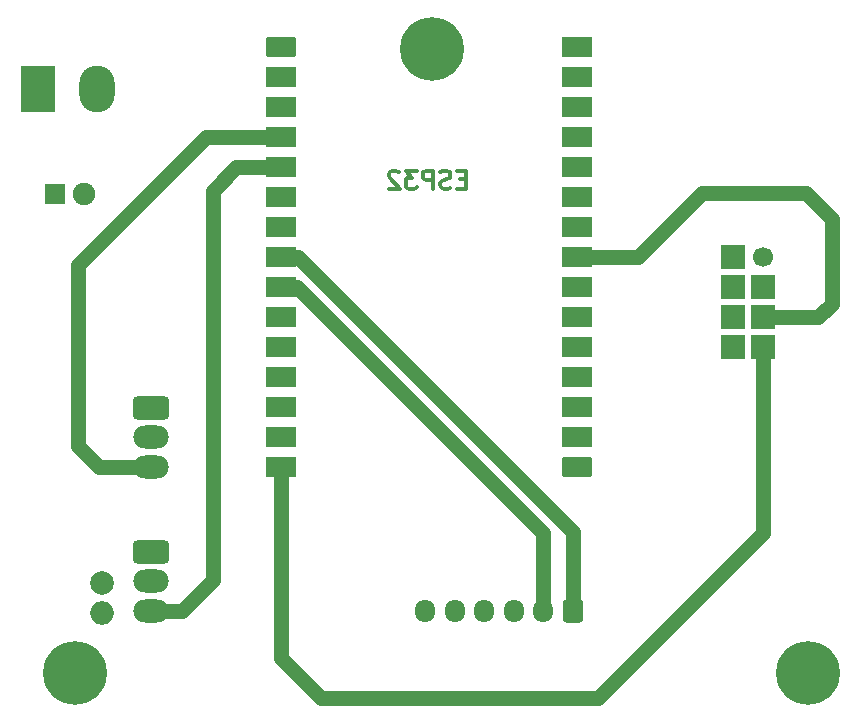
<source format=gbr>
%TF.GenerationSoftware,KiCad,Pcbnew,6.0.11+dfsg-1*%
%TF.CreationDate,2023-03-13T21:30:01-05:00*%
%TF.ProjectId,water_tank_module,77617465-725f-4746-916e-6b5f6d6f6475,rev?*%
%TF.SameCoordinates,Original*%
%TF.FileFunction,Copper,L1,Top*%
%TF.FilePolarity,Positive*%
%FSLAX46Y46*%
G04 Gerber Fmt 4.6, Leading zero omitted, Abs format (unit mm)*
G04 Created by KiCad (PCBNEW 6.0.11+dfsg-1) date 2023-03-13 21:30:01*
%MOMM*%
%LPD*%
G01*
G04 APERTURE LIST*
G04 Aperture macros list*
%AMRoundRect*
0 Rectangle with rounded corners*
0 $1 Rounding radius*
0 $2 $3 $4 $5 $6 $7 $8 $9 X,Y pos of 4 corners*
0 Add a 4 corners polygon primitive as box body*
4,1,4,$2,$3,$4,$5,$6,$7,$8,$9,$2,$3,0*
0 Add four circle primitives for the rounded corners*
1,1,$1+$1,$2,$3*
1,1,$1+$1,$4,$5*
1,1,$1+$1,$6,$7*
1,1,$1+$1,$8,$9*
0 Add four rect primitives between the rounded corners*
20,1,$1+$1,$2,$3,$4,$5,0*
20,1,$1+$1,$4,$5,$6,$7,0*
20,1,$1+$1,$6,$7,$8,$9,0*
20,1,$1+$1,$8,$9,$2,$3,0*%
G04 Aperture macros list end*
%ADD10C,0.300000*%
%TA.AperFunction,NonConductor*%
%ADD11C,0.300000*%
%TD*%
%TA.AperFunction,ComponentPad*%
%ADD12RoundRect,0.250000X0.600000X0.725000X-0.600000X0.725000X-0.600000X-0.725000X0.600000X-0.725000X0*%
%TD*%
%TA.AperFunction,ComponentPad*%
%ADD13O,1.700000X1.950000*%
%TD*%
%TA.AperFunction,ComponentPad*%
%ADD14C,5.400000*%
%TD*%
%TA.AperFunction,ComponentPad*%
%ADD15RoundRect,0.286765X-1.213235X0.688235X-1.213235X-0.688235X1.213235X-0.688235X1.213235X0.688235X0*%
%TD*%
%TA.AperFunction,ComponentPad*%
%ADD16O,3.000000X1.950000*%
%TD*%
%TA.AperFunction,ComponentPad*%
%ADD17R,2.000000X2.000000*%
%TD*%
%TA.AperFunction,ComponentPad*%
%ADD18C,1.700000*%
%TD*%
%TA.AperFunction,ComponentPad*%
%ADD19R,1.800000X1.800000*%
%TD*%
%TA.AperFunction,ComponentPad*%
%ADD20C,1.900000*%
%TD*%
%TA.AperFunction,ComponentPad*%
%ADD21RoundRect,0.250000X-1.020000X0.620000X-1.020000X-0.620000X1.020000X-0.620000X1.020000X0.620000X0*%
%TD*%
%TA.AperFunction,ComponentPad*%
%ADD22R,2.540000X1.740000*%
%TD*%
%TA.AperFunction,ComponentPad*%
%ADD23R,3.000000X3.960000*%
%TD*%
%TA.AperFunction,ComponentPad*%
%ADD24O,3.000000X3.960000*%
%TD*%
%TA.AperFunction,ComponentPad*%
%ADD25C,2.000000*%
%TD*%
%TA.AperFunction,ComponentPad*%
%ADD26O,2.000000X2.000000*%
%TD*%
%TA.AperFunction,ComponentPad*%
%ADD27RoundRect,0.250000X1.020000X-0.620000X1.020000X0.620000X-1.020000X0.620000X-1.020000X-0.620000X0*%
%TD*%
%TA.AperFunction,Conductor*%
%ADD28C,1.250000*%
%TD*%
G04 APERTURE END LIST*
D10*
D11*
X83739285Y-38627857D02*
X83239285Y-38627857D01*
X83025000Y-39413571D02*
X83739285Y-39413571D01*
X83739285Y-37913571D01*
X83025000Y-37913571D01*
X82453571Y-39342142D02*
X82239285Y-39413571D01*
X81882142Y-39413571D01*
X81739285Y-39342142D01*
X81667857Y-39270714D01*
X81596428Y-39127857D01*
X81596428Y-38985000D01*
X81667857Y-38842142D01*
X81739285Y-38770714D01*
X81882142Y-38699285D01*
X82167857Y-38627857D01*
X82310714Y-38556428D01*
X82382142Y-38485000D01*
X82453571Y-38342142D01*
X82453571Y-38199285D01*
X82382142Y-38056428D01*
X82310714Y-37985000D01*
X82167857Y-37913571D01*
X81810714Y-37913571D01*
X81596428Y-37985000D01*
X80953571Y-39413571D02*
X80953571Y-37913571D01*
X80382142Y-37913571D01*
X80239285Y-37985000D01*
X80167857Y-38056428D01*
X80096428Y-38199285D01*
X80096428Y-38413571D01*
X80167857Y-38556428D01*
X80239285Y-38627857D01*
X80382142Y-38699285D01*
X80953571Y-38699285D01*
X79596428Y-37913571D02*
X78667857Y-37913571D01*
X79167857Y-38485000D01*
X78953571Y-38485000D01*
X78810714Y-38556428D01*
X78739285Y-38627857D01*
X78667857Y-38770714D01*
X78667857Y-39127857D01*
X78739285Y-39270714D01*
X78810714Y-39342142D01*
X78953571Y-39413571D01*
X79382142Y-39413571D01*
X79525000Y-39342142D01*
X79596428Y-39270714D01*
X78096428Y-38056428D02*
X78025000Y-37985000D01*
X77882142Y-37913571D01*
X77525000Y-37913571D01*
X77382142Y-37985000D01*
X77310714Y-38056428D01*
X77239285Y-38199285D01*
X77239285Y-38342142D01*
X77310714Y-38556428D01*
X78167857Y-39413571D01*
X77239285Y-39413571D01*
D12*
%TO.P,J1,1,Pin_1*%
%TO.N,D25*%
X92819000Y-75184000D03*
D13*
%TO.P,J1,2,Pin_2*%
%TO.N,D26*%
X90319000Y-75184000D03*
%TO.P,J1,3,Pin_3*%
%TO.N,D32*%
X87819000Y-75184000D03*
%TO.P,J1,4,Pin_4*%
%TO.N,D33*%
X85319000Y-75184000D03*
%TO.P,J1,5,Pin_5*%
%TO.N,D34*%
X82819000Y-75184000D03*
%TO.P,J1,6,Pin_6*%
%TO.N,GND5V*%
X80319000Y-75184000D03*
%TD*%
D14*
%TO.P,H2,1*%
%TO.N,N/C*%
X112758000Y-80391000D03*
%TD*%
D15*
%TO.P,J_EC1,1,Pin_1*%
%TO.N,GND5V*%
X57125000Y-57982000D03*
D16*
%TO.P,J_EC1,2,Pin_2*%
%TO.N,5v*%
X57125000Y-60482000D03*
%TO.P,J_EC1,3,Pin_3*%
%TO.N,D34*%
X57125000Y-62982000D03*
%TD*%
D17*
%TO.P,U4,1,GND*%
%TO.N,GND5V*%
X106385000Y-52862000D03*
%TO.P,U4,2,VCC*%
%TO.N,5v*%
X108925000Y-52862000D03*
%TO.P,U4,3,CE*%
%TO.N,D4*%
X106385000Y-50322000D03*
%TO.P,U4,4,~{CSN}*%
%TO.N,D5*%
X108925000Y-50322000D03*
%TO.P,U4,5,SCK*%
%TO.N,D18*%
X106385000Y-47782000D03*
%TO.P,U4,6,MOSI*%
%TO.N,D23*%
X108925000Y-47782000D03*
%TO.P,U4,7,MISO*%
%TO.N,D19*%
X106385000Y-45242000D03*
D18*
%TO.P,U4,8,IRQ*%
%TO.N,unconnected-(U4-Pad8)*%
X108925000Y-45242000D03*
%TD*%
D19*
%TO.P,C1,1*%
%TO.N,5v*%
X48941887Y-39878000D03*
D20*
%TO.P,C1,2*%
%TO.N,GND5V*%
X51441887Y-39878000D03*
%TD*%
D15*
%TO.P,J_DS18,1,Pin_1*%
%TO.N,GND5V*%
X57125000Y-70182000D03*
D16*
%TO.P,J_DS18,2,Pin_2*%
%TO.N,5v*%
X57125000Y-72682000D03*
%TO.P,J_DS18,3,Pin_3*%
%TO.N,D35*%
X57125000Y-75182000D03*
%TD*%
D14*
%TO.P,H3,1*%
%TO.N,N/C*%
X80881000Y-27559000D03*
%TD*%
D21*
%TO.P,J_esp0,1,Pin_1*%
%TO.N,EN*%
X68137500Y-27402000D03*
D22*
%TO.P,J_esp0,2,Pin_2*%
%TO.N,VP*%
X68137500Y-29942000D03*
%TO.P,J_esp0,3,Pin_3*%
%TO.N,VN*%
X68137500Y-32482000D03*
%TO.P,J_esp0,4,Pin_4*%
%TO.N,D34*%
X68137500Y-35022000D03*
%TO.P,J_esp0,5,Pin_5*%
%TO.N,D35*%
X68137500Y-37562000D03*
%TO.P,J_esp0,6,Pin_6*%
%TO.N,D32*%
X68137500Y-40102000D03*
%TO.P,J_esp0,7,Pin_7*%
%TO.N,D33*%
X68137500Y-42642000D03*
%TO.P,J_esp0,8,Pin_8*%
%TO.N,D25*%
X68137500Y-45182000D03*
%TO.P,J_esp0,9,Pin_9*%
%TO.N,D26*%
X68137500Y-47722000D03*
%TO.P,J_esp0,10,Pin_10*%
%TO.N,D27*%
X68137500Y-50262000D03*
%TO.P,J_esp0,11,Pin_11*%
%TO.N,D14*%
X68137500Y-52802000D03*
%TO.P,J_esp0,12,Pin_12*%
%TO.N,D12*%
X68137500Y-55342000D03*
%TO.P,J_esp0,13,Pin_13*%
%TO.N,D13*%
X68137500Y-57882000D03*
%TO.P,J_esp0,14,Pin_14*%
%TO.N,GND5V*%
X68137500Y-60422000D03*
%TO.P,J_esp0,15,Pin_15*%
%TO.N,5v*%
X68137500Y-62962000D03*
%TD*%
D23*
%TO.P,5V1,1,Pin_1*%
%TO.N,5v*%
X47560000Y-30982000D03*
D24*
%TO.P,5V1,2,Pin_2*%
%TO.N,GND5V*%
X52560000Y-30982000D03*
%TD*%
D14*
%TO.P,H1,1*%
%TO.N,N/C*%
X50655000Y-80391000D03*
%TD*%
D25*
%TO.P,R11,1*%
%TO.N,5v*%
X52925000Y-72782000D03*
D26*
%TO.P,R11,2*%
%TO.N,D35*%
X52925000Y-75322000D03*
%TD*%
D27*
%TO.P,J_esp1,1,Pin_1*%
%TO.N,3V3*%
X93212500Y-62962000D03*
D22*
%TO.P,J_esp1,2,Pin_2*%
%TO.N,GND2*%
X93212500Y-60422000D03*
%TO.P,J_esp1,3,Pin_3*%
%TO.N,D15*%
X93212500Y-57882000D03*
%TO.P,J_esp1,4,Pin_4*%
%TO.N,D2*%
X93212500Y-55342000D03*
%TO.P,J_esp1,5,Pin_5*%
%TO.N,D4*%
X93212500Y-52802000D03*
%TO.P,J_esp1,6,Pin_6*%
%TO.N,RX2*%
X93212500Y-50262000D03*
%TO.P,J_esp1,7,Pin_7*%
%TO.N,TX2*%
X93212500Y-47722000D03*
%TO.P,J_esp1,8,Pin_8*%
%TO.N,D5*%
X93212500Y-45182000D03*
%TO.P,J_esp1,9,Pin_9*%
%TO.N,D18*%
X93212500Y-42642000D03*
%TO.P,J_esp1,10,Pin_10*%
%TO.N,D19*%
X93212500Y-40102000D03*
%TO.P,J_esp1,11,Pin_11*%
%TO.N,D21*%
X93212500Y-37562000D03*
%TO.P,J_esp1,12,Pin_12*%
%TO.N,RX0*%
X93212500Y-35022000D03*
%TO.P,J_esp1,13,Pin_13*%
%TO.N,TX0*%
X93212500Y-32482000D03*
%TO.P,J_esp1,14,Pin_14*%
%TO.N,D22*%
X93212500Y-29942000D03*
%TO.P,J_esp1,15,Pin_15*%
%TO.N,D23*%
X93212500Y-27402000D03*
%TD*%
D28*
%TO.N,D26*%
X68137500Y-47722000D02*
X69465000Y-47722000D01*
X69465000Y-47722000D02*
X90319000Y-68576000D01*
X90319000Y-68576000D02*
X90319000Y-75184000D01*
%TO.N,D25*%
X68137500Y-45182000D02*
X69525000Y-45182000D01*
X69525000Y-45182000D02*
X92819000Y-68476000D01*
X92819000Y-68476000D02*
X92819000Y-75184000D01*
X92946000Y-75057000D02*
X92819000Y-75184000D01*
%TO.N,5v*%
X68137500Y-62962000D02*
X68137500Y-79194500D01*
X68137500Y-79194500D02*
X71525000Y-82582000D01*
X71525000Y-82582000D02*
X94925000Y-82582000D01*
X94925000Y-82582000D02*
X108925000Y-68582000D01*
X108925000Y-68582000D02*
X108925000Y-52862000D01*
%TO.N,D34*%
X52725000Y-62982000D02*
X57125000Y-62982000D01*
X50925000Y-45862000D02*
X50925000Y-61182000D01*
X68137500Y-35022000D02*
X61765000Y-35022000D01*
X61765000Y-35022000D02*
X50925000Y-45862000D01*
X50925000Y-61182000D02*
X52725000Y-62982000D01*
%TO.N,D35*%
X64345000Y-37562000D02*
X62325000Y-39582000D01*
X59725000Y-75182000D02*
X57125000Y-75182000D01*
X62325000Y-72582000D02*
X59725000Y-75182000D01*
X68137500Y-37562000D02*
X64345000Y-37562000D01*
X62325000Y-39582000D02*
X62325000Y-72582000D01*
%TO.N,D5*%
X114725000Y-49182000D02*
X113585000Y-50322000D01*
X112525000Y-39782000D02*
X114725000Y-41982000D01*
X103725000Y-39782000D02*
X112525000Y-39782000D01*
X98325000Y-45182000D02*
X103725000Y-39782000D01*
X114725000Y-41982000D02*
X114725000Y-49182000D01*
X98325000Y-45182000D02*
X93212500Y-45182000D01*
X113585000Y-50322000D02*
X108925000Y-50322000D01*
%TD*%
M02*

</source>
